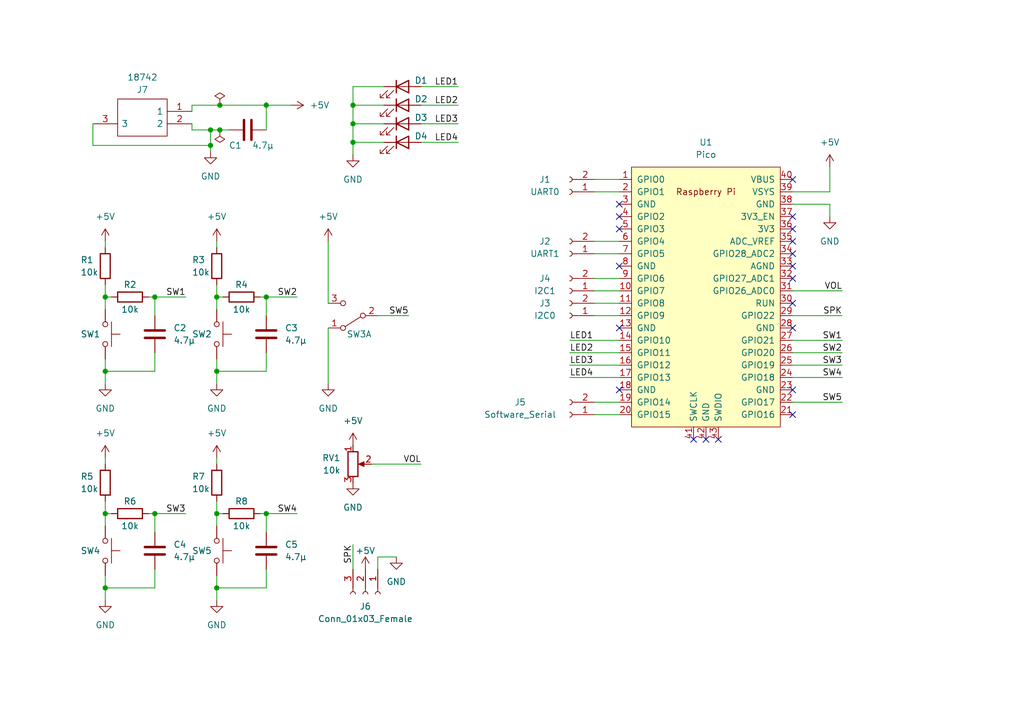
<source format=kicad_sch>
(kicad_sch (version 20230121) (generator eeschema)
  (paper "A5")
  (title_block (title "PicoPracticeBoard") (date "2023-09-15") (company "TORICA-24th"))
  (lib_symbols
    (symbol "Connector:Conn_01x02_Female" (pin_names (offset 1.016) hide)
      (property "Reference" "J" (at 0 2.54 0))
      (property "Value" "Conn_01x02_Female" (at 0 -5.08 0))
      (symbol "Conn_01x02_Female_1_1"
        (arc (start 0 -2.032) (mid -0.5058 -2.54) (end 0 -3.048) (stroke (width 0.1524)))
        (polyline (pts (xy -1.27 -2.54) (xy -0.508 -2.54)) (stroke (width 0.1524)))
        (polyline (pts (xy -1.27 0) (xy -0.508 0)) (stroke (width 0.1524)))
        (arc (start 0 0.508) (mid -0.5058 0) (end 0 -0.508) (stroke (width 0.1524)))
        (pin passive line (at -5.08 0 0) (length 3.81) (name "Pin_1") (number "1"))
        (pin passive line (at -5.08 -2.54 0) (length 3.81) (name "Pin_2") (number "2"))
      )
    )
    (symbol "Connector:Conn_01x03_Female" (pin_names (offset 1.016) hide)
      (property "Reference" "J" (at 0 5.08 0))
      (property "Value" "Conn_01x03_Female" (at 0 -5.08 0))
      (symbol "Conn_01x03_Female_1_1"
        (arc (start 0 -2.032) (mid -0.5058 -2.54) (end 0 -3.048) (stroke (width 0.1524)))
        (polyline (pts (xy -1.27 -2.54) (xy -0.508 -2.54)) (stroke (width 0.1524)))
        (polyline (pts (xy -1.27 0) (xy -0.508 0)) (stroke (width 0.1524)))
        (polyline (pts (xy -1.27 2.54) (xy -0.508 2.54)) (stroke (width 0.1524)))
        (arc (start 0 0.508) (mid -0.5058 0) (end 0 -0.508) (stroke (width 0.1524)))
        (arc (start 0 3.048) (mid -0.5058 2.54) (end 0 2.032) (stroke (width 0.1524)))
        (pin passive line (at -5.08 2.54 0) (length 3.81) (name "Pin_1") (number "1"))
        (pin passive line (at -5.08 0 0) (length 3.81) (name "Pin_2") (number "2"))
        (pin passive line (at -5.08 -2.54 0) (length 3.81) (name "Pin_3") (number "3"))
      )
    )
    (symbol "Device:C" (pin_numbers hide) (pin_names (offset 0.254))
      (property "Reference" "C" (at 0.635 2.54 0))
      (property "Value" "C" (at 0.635 -2.54 0))
      (symbol "C_0_1"
        (polyline (pts (xy -2.032 -0.762) (xy 2.032 -0.762)) (stroke (width 0.508)))
        (polyline (pts (xy -2.032 0.762) (xy 2.032 0.762)) (stroke (width 0.508)))
      )
      (symbol "C_1_1"
        (pin passive line (at 0 3.81 270) (length 2.794) (name "~") (number "1"))
        (pin passive line (at 0 -3.81 90) (length 2.794) (name "~") (number "2"))
      )
    )
    (symbol "Device:LED" (pin_numbers hide) (pin_names (offset 1.016) hide)
      (property "Reference" "D" (at 0 2.54 0))
      (property "Value" "LED" (at 0 -2.54 0))
      (symbol "LED_0_1"
        (polyline (pts (xy -1.27 -1.27) (xy -1.27 1.27)) (stroke (width 0.254)))
        (polyline (pts (xy -1.27 0) (xy 1.27 0)))
        (polyline (pts (xy 1.27 -1.27) (xy 1.27 1.27) (xy -1.27 0) (xy 1.27 -1.27)) (stroke (width 0.254)))
        (polyline (pts (xy -3.048 -0.762) (xy -4.572 -2.286) (xy -3.81 -2.286) (xy -4.572 -2.286) (xy -4.572 -1.524)))
        (polyline (pts (xy -1.778 -0.762) (xy -3.302 -2.286) (xy -2.54 -2.286) (xy -3.302 -2.286) (xy -3.302 -1.524)))
      )
      (symbol "LED_1_1"
        (pin passive line (at -3.81 0 0) (length 2.54) (name "K") (number "1"))
        (pin passive line (at 3.81 0 180) (length 2.54) (name "A") (number "2"))
      )
    )
    (symbol "Device:R" (pin_numbers hide) (pin_names (offset 0))
      (property "Reference" "R" (at 2.032 0 90))
      (property "Value" "R" (at 0 0 90))
      (symbol "R_0_1"
        (rectangle (start -1.016 -2.54) (end 1.016 2.54) (stroke (width 0.254)))
      )
      (symbol "R_1_1"
        (pin passive line (at 0 3.81 270) (length 1.27) (name "~") (number "1"))
        (pin passive line (at 0 -3.81 90) (length 1.27) (name "~") (number "2"))
      )
    )
    (symbol "Device:R_Potentiometer" (pin_names (offset 1.016) hide)
      (property "Reference" "RV" (at -4.445 0 90))
      (property "Value" "R_Potentiometer" (at -2.54 0 90))
      (symbol "R_Potentiometer_0_1"
        (polyline (pts (xy 2.54 0) (xy 1.524 0)))
        (polyline (pts (xy 1.143 0) (xy 2.286 0.508) (xy 2.286 -0.508) (xy 1.143 0)) (fill (type outline)))
        (rectangle (start 1.016 2.54) (end -1.016 -2.54) (stroke (width 0.254)))
      )
      (symbol "R_Potentiometer_1_1"
        (pin passive line (at 0 3.81 270) (length 1.27) (name "1") (number "1"))
        (pin passive line (at 3.81 0 180) (length 1.27) (name "2") (number "2"))
        (pin passive line (at 0 -3.81 90) (length 1.27) (name "3") (number "3"))
      )
    )
    (symbol "RPi_Pico:Pico" (pin_names (offset 1.016))
      (property "Reference" "U" (at -13.97 27.94 0))
      (property "Value" "Pico" (at 0 19.05 0))
      (symbol "Pico_0_0"
        (text "Raspberry Pi" (at 0 21.59 0) (effects (font (size 1.27 1.27))))
      )
      (symbol "Pico_0_1"
        (rectangle (start -15.24 26.67) (end 15.24 -26.67) (fill (type background)))
      )
      (symbol "Pico_1_1"
        (pin bidirectional line (at -17.78 24.13 0) (length 2.54) (name "GPIO0") (number "1"))
        (pin bidirectional line (at -17.78 1.27 0) (length 2.54) (name "GPIO7") (number "10"))
        (pin bidirectional line (at -17.78 -1.27 0) (length 2.54) (name "GPIO8") (number "11"))
        (pin bidirectional line (at -17.78 -3.81 0) (length 2.54) (name "GPIO9") (number "12"))
        (pin power_in line (at -17.78 -6.35 0) (length 2.54) (name "GND") (number "13"))
        (pin bidirectional line (at -17.78 -8.89 0) (length 2.54) (name "GPIO10") (number "14"))
        (pin bidirectional line (at -17.78 -11.43 0) (length 2.54) (name "GPIO11") (number "15"))
        (pin bidirectional line (at -17.78 -13.97 0) (length 2.54) (name "GPIO12") (number "16"))
        (pin bidirectional line (at -17.78 -16.51 0) (length 2.54) (name "GPIO13") (number "17"))
        (pin power_in line (at -17.78 -19.05 0) (length 2.54) (name "GND") (number "18"))
        (pin bidirectional line (at -17.78 -21.59 0) (length 2.54) (name "GPIO14") (number "19"))
        (pin bidirectional line (at -17.78 21.59 0) (length 2.54) (name "GPIO1") (number "2"))
        (pin bidirectional line (at -17.78 -24.13 0) (length 2.54) (name "GPIO15") (number "20"))
        (pin bidirectional line (at 17.78 -24.13 180) (length 2.54) (name "GPIO16") (number "21"))
        (pin bidirectional line (at 17.78 -21.59 180) (length 2.54) (name "GPIO17") (number "22"))
        (pin power_in line (at 17.78 -19.05 180) (length 2.54) (name "GND") (number "23"))
        (pin bidirectional line (at 17.78 -16.51 180) (length 2.54) (name "GPIO18") (number "24"))
        (pin bidirectional line (at 17.78 -13.97 180) (length 2.54) (name "GPIO19") (number "25"))
        (pin bidirectional line (at 17.78 -11.43 180) (length 2.54) (name "GPIO20") (number "26"))
        (pin bidirectional line (at 17.78 -8.89 180) (length 2.54) (name "GPIO21") (number "27"))
        (pin power_in line (at 17.78 -6.35 180) (length 2.54) (name "GND") (number "28"))
        (pin bidirectional line (at 17.78 -3.81 180) (length 2.54) (name "GPIO22") (number "29"))
        (pin power_in line (at -17.78 19.05 0) (length 2.54) (name "GND") (number "3"))
        (pin input line (at 17.78 -1.27 180) (length 2.54) (name "RUN") (number "30"))
        (pin bidirectional line (at 17.78 1.27 180) (length 2.54) (name "GPIO26_ADC0") (number "31"))
        (pin bidirectional line (at 17.78 3.81 180) (length 2.54) (name "GPIO27_ADC1") (number "32"))
        (pin power_in line (at 17.78 6.35 180) (length 2.54) (name "AGND") (number "33"))
        (pin bidirectional line (at 17.78 8.89 180) (length 2.54) (name "GPIO28_ADC2") (number "34"))
        (pin unspecified line (at 17.78 11.43 180) (length 2.54) (name "ADC_VREF") (number "35"))
        (pin unspecified line (at 17.78 13.97 180) (length 2.54) (name "3V3") (number "36"))
        (pin input line (at 17.78 16.51 180) (length 2.54) (name "3V3_EN") (number "37"))
        (pin bidirectional line (at 17.78 19.05 180) (length 2.54) (name "GND") (number "38"))
        (pin unspecified line (at 17.78 21.59 180) (length 2.54) (name "VSYS") (number "39"))
        (pin bidirectional line (at -17.78 16.51 0) (length 2.54) (name "GPIO2") (number "4"))
        (pin unspecified line (at 17.78 24.13 180) (length 2.54) (name "VBUS") (number "40"))
        (pin input line (at -2.54 -29.21 90) (length 2.54) (name "SWCLK") (number "41"))
        (pin power_in line (at 0 -29.21 90) (length 2.54) (name "GND") (number "42"))
        (pin bidirectional line (at 2.54 -29.21 90) (length 2.54) (name "SWDIO") (number "43"))
        (pin bidirectional line (at -17.78 13.97 0) (length 2.54) (name "GPIO3") (number "5"))
        (pin bidirectional line (at -17.78 11.43 0) (length 2.54) (name "GPIO4") (number "6"))
        (pin bidirectional line (at -17.78 8.89 0) (length 2.54) (name "GPIO5") (number "7"))
        (pin power_in line (at -17.78 6.35 0) (length 2.54) (name "GND") (number "8"))
        (pin bidirectional line (at -17.78 3.81 0) (length 2.54) (name "GPIO6") (number "9"))
      )
    )
    (symbol "SamacSys_Parts:18742" (pin_names (offset 0.762))
      (property "Reference" "J" (at 16.51 7.62 0))
      (property "Value" "18742" (at 16.51 5.08 0))
      (symbol "18742_0_0"
        (pin passive line (at 20.32 -2.54 180) (length 5.08) (name "1") (number "1"))
        (pin passive line (at 20.32 0 180) (length 5.08) (name "2") (number "2"))
        (pin passive line (at 0 0 0) (length 5.08) (name "3") (number "3"))
      )
      (symbol "18742_0_1"
        (polyline (pts (xy 5.08 2.54) (xy 15.24 2.54) (xy 15.24 -5.08) (xy 5.08 -5.08) (xy 5.08 2.54)) (stroke (width 0.1524)))
      )
    )
    (symbol "Switch:SW_DPDT_x2" (pin_names (offset 0) hide)
      (property "Reference" "SW" (at 0 4.318 0))
      (property "Value" "SW_DPDT_x2" (at 0 -5.08 0))
      (symbol "SW_DPDT_x2_0_0"
        (circle (center -2.032 0) (radius 0.508))
        (circle (center 2.032 -2.54) (radius 0.508))
      )
      (symbol "SW_DPDT_x2_0_1"
        (polyline (pts (xy -1.524 0.254) (xy 1.651 2.286)))
        (circle (center 2.032 2.54) (radius 0.508))
      )
      (symbol "SW_DPDT_x2_1_1"
        (pin passive line (at 5.08 2.54 180) (length 2.54) (name "A") (number "1"))
        (pin passive line (at -5.08 0 0) (length 2.54) (name "B") (number "2"))
        (pin passive line (at 5.08 -2.54 180) (length 2.54) (name "C") (number "3"))
      )
      (symbol "SW_DPDT_x2_2_1"
        (pin passive line (at 5.08 2.54 180) (length 2.54) (name "A") (number "4"))
        (pin passive line (at -5.08 0 0) (length 2.54) (name "B") (number "5"))
        (pin passive line (at 5.08 -2.54 180) (length 2.54) (name "C") (number "6"))
      )
    )
    (symbol "Switch:SW_Push" (pin_numbers hide) (pin_names (offset 1.016) hide)
      (property "Reference" "SW" (at 1.27 2.54 0))
      (property "Value" "SW_Push" (at 0 -1.524 0))
      (symbol "SW_Push_0_1"
        (circle (center -2.032 0) (radius 0.508))
        (polyline (pts (xy 0 1.27) (xy 0 3.048)))
        (polyline (pts (xy 2.54 1.27) (xy -2.54 1.27)))
        (circle (center 2.032 0) (radius 0.508))
        (pin passive line (at -5.08 0 0) (length 2.54) (name "1") (number "1"))
        (pin passive line (at 5.08 0 180) (length 2.54) (name "2") (number "2"))
      )
    )
    (symbol "power:+5V" (power) (pin_names (offset 0))
      (property "Value" "+5V" (at 0 3.556 0))
      (symbol "+5V_0_1"
        (polyline (pts (xy -0.762 1.27) (xy 0 2.54)))
        (polyline (pts (xy 0 0) (xy 0 2.54)))
        (polyline (pts (xy 0 2.54) (xy 0.762 1.27)))
      )
      (symbol "+5V_1_1"
        (pin power_in line (at 0 0 90) (length 0) hide (name "+5V") (number "1"))
      )
    )
    (symbol "power:GND" (power) (pin_names (offset 0))
      (property "Value" "GND" (at 0 -3.81 0))
      (symbol "GND_0_1"
        (polyline (pts (xy 0 0) (xy 0 -1.27) (xy 1.27 -1.27) (xy 0 -2.54) (xy -1.27 -1.27) (xy 0 -1.27)))
      )
      (symbol "GND_1_1"
        (pin power_in line (at 0 0 270) (length 0) hide (name "GND") (number "1"))
      )
    )
    (symbol "power:PWR_FLAG" (power) (pin_numbers hide) (pin_names (offset 0) hide)
      (property "Value" "PWR_FLAG" (at 0 3.81 0))
      (symbol "PWR_FLAG_0_0"
        (pin power_out line (at 0 0 90) (length 0) (name "pwr") (number "1"))
      )
      (symbol "PWR_FLAG_0_1"
        (polyline (pts (xy 0 0) (xy 0 1.27) (xy -1.016 1.905) (xy 0 2.54) (xy 1.016 1.905) (xy 0 1.27)))
      )
    )
  )
  (junction (at 54.61 60.96))
  (junction (at 45.085 21.59))
  (junction (at 44.45 60.96))
  (junction (at 31.75 105.41))
  (junction (at 43.18 29.845))
  (junction (at 54.61 105.41))
  (junction (at 72.39 25.4))
  (junction (at 44.45 120.65))
  (junction (at 72.39 29.21))
  (junction (at 44.45 76.2))
  (junction (at 21.59 105.41))
  (junction (at 21.59 76.2))
  (junction (at 44.45 105.41))
  (junction (at 54.61 21.59))
  (junction (at 43.18 26.67))
  (junction (at 72.39 21.59))
  (junction (at 21.59 120.65))
  (junction (at 45.085 26.67))
  (junction (at 21.59 60.96))
  (junction (at 31.75 60.96))
  (no_connect (at 162.56 46.99))
  (no_connect (at 147.32 90.17))
  (no_connect (at 162.56 85.09))
  (no_connect (at 127 44.45))
  (no_connect (at 162.56 57.15))
  (no_connect (at 162.56 54.61))
  (no_connect (at 127 46.99))
  (no_connect (at 162.56 67.31))
  (no_connect (at 162.56 36.83))
  (no_connect (at 162.56 62.23))
  (no_connect (at 142.24 90.17))
  (no_connect (at 162.56 49.53))
  (no_connect (at 162.56 44.45))
  (no_connect (at 127 41.91))
  (no_connect (at 162.56 52.07))
  (no_connect (at 127 80.01))
  (no_connect (at 162.56 80.01))
  (no_connect (at 144.78 90.17))
  (no_connect (at 127 54.61))
  (no_connect (at 127 67.31))
  (wire (pts (xy 44.45 120.65) (xy 44.45 123.19)))
  (wire (pts (xy 121.92 64.77) (xy 127 64.77)))
  (wire (pts (xy 31.75 60.96) (xy 30.48 60.96)))
  (wire (pts (xy 44.45 73.66) (xy 44.45 76.2)))
  (wire (pts (xy 54.61 72.39) (xy 54.61 76.2)))
  (wire (pts (xy 162.56 64.77) (xy 172.72 64.77)))
  (wire (pts (xy 162.56 74.93) (xy 172.72 74.93)))
  (wire (pts (xy 54.61 60.96) (xy 53.34 60.96)))
  (wire (pts (xy 44.45 102.87) (xy 44.45 105.41)))
  (wire (pts (xy 31.75 120.65) (xy 21.59 120.65)))
  (wire (pts (xy 44.45 58.42) (xy 44.45 60.96)))
  (wire (pts (xy 21.59 118.11) (xy 21.59 120.65)))
  (wire (pts (xy 21.59 60.96) (xy 21.59 63.5)))
  (wire (pts (xy 54.61 21.59) (xy 59.69 21.59)))
  (wire (pts (xy 121.92 82.55) (xy 127 82.55)))
  (wire (pts (xy 116.84 77.47) (xy 127 77.47)))
  (wire (pts (xy 22.86 105.41) (xy 21.59 105.41)))
  (wire (pts (xy 45.72 105.41) (xy 44.45 105.41)))
  (wire (pts (xy 19.05 25.4) (xy 19.05 29.845)))
  (wire (pts (xy 21.59 76.2) (xy 21.59 78.74)))
  (wire (pts (xy 31.75 105.41) (xy 31.75 109.22)))
  (wire (pts (xy 86.36 21.59) (xy 93.98 21.59)))
  (wire (pts (xy 121.92 36.83) (xy 127 36.83)))
  (wire (pts (xy 76.2 95.25) (xy 86.36 95.25)))
  (wire (pts (xy 72.39 25.4) (xy 72.39 29.21)))
  (wire (pts (xy 162.56 72.39) (xy 172.72 72.39)))
  (wire (pts (xy 39.37 21.59) (xy 45.085 21.59)))
  (wire (pts (xy 170.18 34.29) (xy 170.18 39.37)))
  (wire (pts (xy 67.31 67.31) (xy 67.31 78.74)))
  (wire (pts (xy 44.45 105.41) (xy 44.45 107.95)))
  (wire (pts (xy 121.92 39.37) (xy 127 39.37)))
  (wire (pts (xy 43.18 29.845) (xy 43.18 31.115)))
  (wire (pts (xy 54.61 76.2) (xy 44.45 76.2)))
  (wire (pts (xy 45.085 26.67) (xy 46.99 26.67)))
  (wire (pts (xy 72.39 21.59) (xy 72.39 25.4)))
  (wire (pts (xy 31.75 105.41) (xy 30.48 105.41)))
  (wire (pts (xy 72.39 29.21) (xy 72.39 31.75)))
  (wire (pts (xy 45.085 21.59) (xy 54.61 21.59)))
  (wire (pts (xy 31.75 72.39) (xy 31.75 76.2)))
  (wire (pts (xy 44.45 60.96) (xy 44.45 63.5)))
  (wire (pts (xy 78.74 17.78) (xy 72.39 17.78)))
  (wire (pts (xy 31.75 60.96) (xy 38.1 60.96)))
  (wire (pts (xy 121.92 59.69) (xy 127 59.69)))
  (wire (pts (xy 86.36 25.4) (xy 93.98 25.4)))
  (wire (pts (xy 44.45 93.98) (xy 44.45 95.25)))
  (wire (pts (xy 21.59 93.98) (xy 21.59 95.25)))
  (wire (pts (xy 121.92 85.09) (xy 127 85.09)))
  (wire (pts (xy 43.18 26.67) (xy 43.18 29.845)))
  (wire (pts (xy 116.84 74.93) (xy 127 74.93)))
  (wire (pts (xy 162.56 41.91) (xy 170.18 41.91)))
  (wire (pts (xy 31.75 76.2) (xy 21.59 76.2)))
  (wire (pts (xy 121.92 62.23) (xy 127 62.23)))
  (wire (pts (xy 54.61 105.41) (xy 54.61 109.22)))
  (wire (pts (xy 44.45 76.2) (xy 44.45 78.74)))
  (wire (pts (xy 44.45 118.11) (xy 44.45 120.65)))
  (wire (pts (xy 21.59 49.53) (xy 21.59 50.8)))
  (wire (pts (xy 31.75 105.41) (xy 38.1 105.41)))
  (wire (pts (xy 54.61 120.65) (xy 44.45 120.65)))
  (wire (pts (xy 162.56 59.69) (xy 172.72 59.69)))
  (wire (pts (xy 162.56 39.37) (xy 170.18 39.37)))
  (wire (pts (xy 39.37 25.4) (xy 39.37 26.67)))
  (wire (pts (xy 54.61 21.59) (xy 54.61 26.67)))
  (wire (pts (xy 45.72 60.96) (xy 44.45 60.96)))
  (wire (pts (xy 31.75 116.84) (xy 31.75 120.65)))
  (wire (pts (xy 54.61 116.84) (xy 54.61 120.65)))
  (wire (pts (xy 21.59 120.65) (xy 21.59 123.19)))
  (wire (pts (xy 72.39 116.84) (xy 72.39 111.76)))
  (wire (pts (xy 54.61 105.41) (xy 60.96 105.41)))
  (wire (pts (xy 121.92 49.53) (xy 127 49.53)))
  (wire (pts (xy 77.47 116.84) (xy 77.47 114.3)))
  (wire (pts (xy 67.31 62.23) (xy 67.31 49.53)))
  (wire (pts (xy 54.61 20.955) (xy 54.61 21.59)))
  (wire (pts (xy 45.085 26.67) (xy 43.18 26.67)))
  (wire (pts (xy 77.47 114.3) (xy 81.28 114.3)))
  (wire (pts (xy 72.39 25.4) (xy 78.74 25.4)))
  (wire (pts (xy 170.18 41.91) (xy 170.18 44.45)))
  (wire (pts (xy 162.56 82.55) (xy 172.72 82.55)))
  (wire (pts (xy 21.59 73.66) (xy 21.59 76.2)))
  (wire (pts (xy 22.86 60.96) (xy 21.59 60.96)))
  (wire (pts (xy 72.39 17.78) (xy 72.39 21.59)))
  (wire (pts (xy 21.59 102.87) (xy 21.59 105.41)))
  (wire (pts (xy 54.61 60.96) (xy 60.96 60.96)))
  (wire (pts (xy 54.61 60.96) (xy 54.61 64.77)))
  (wire (pts (xy 19.05 29.845) (xy 43.18 29.845)))
  (wire (pts (xy 77.47 64.77) (xy 83.82 64.77)))
  (wire (pts (xy 86.36 17.78) (xy 93.98 17.78)))
  (wire (pts (xy 72.39 21.59) (xy 78.74 21.59)))
  (wire (pts (xy 39.37 21.59) (xy 39.37 22.86)))
  (wire (pts (xy 44.45 49.53) (xy 44.45 50.8)))
  (wire (pts (xy 162.56 77.47) (xy 172.72 77.47)))
  (wire (pts (xy 21.59 58.42) (xy 21.59 60.96)))
  (wire (pts (xy 121.92 57.15) (xy 127 57.15)))
  (wire (pts (xy 39.37 26.67) (xy 43.18 26.67)))
  (wire (pts (xy 86.36 29.21) (xy 93.98 29.21)))
  (wire (pts (xy 21.59 105.41) (xy 21.59 107.95)))
  (wire (pts (xy 116.84 72.39) (xy 127 72.39)))
  (wire (pts (xy 116.84 69.85) (xy 127 69.85)))
  (wire (pts (xy 54.61 105.41) (xy 53.34 105.41)))
  (wire (pts (xy 72.39 29.21) (xy 78.74 29.21)))
  (wire (pts (xy 31.75 60.96) (xy 31.75 64.77)))
  (wire (pts (xy 162.56 69.85) (xy 172.72 69.85)))
  (wire (pts (xy 121.92 52.07) (xy 127 52.07)))
  (label "LED2" (at 116.84 72.39 0))
  (label "SW1" (at 172.72 69.85 180))
  (label "LED1" (at 93.98 17.78 180))
  (label "SW3" (at 172.72 74.93 180))
  (label "SW4" (at 172.72 77.47 180))
  (label "SW5" (at 83.82 64.77 180))
  (label "LED3" (at 93.98 25.4 180))
  (label "SW1" (at 38.1 60.96 180))
  (label "VOL" (at 86.36 95.25 180))
  (label "SW2" (at 172.72 72.39 180))
  (label "SW5" (at 172.72 82.55 180))
  (label "LED1" (at 116.84 69.85 0))
  (label "LED3" (at 116.84 74.93 0))
  (label "LED2" (at 93.98 21.59 180))
  (label "SPK" (at 72.39 111.76 270))
  (label "SW4" (at 60.96 105.41 180))
  (label "SW3" (at 38.1 105.41 180))
  (label "VOL" (at 172.72 59.69 180))
  (label "LED4" (at 93.98 29.21 180))
  (label "LED4" (at 116.84 77.47 0))
  (label "SW2" (at 60.96 60.96 180))
  (label "SPK" (at 172.72 64.77 180))
  (symbol (lib_id "power:PWR_FLAG") (at 45.085 21.59 0) (unit 1)
    (property "Reference" "#FLG01" (effects hide))
    (property "Value" "PWR_FLAG" (effects hide))
  )
  (symbol (lib_id "power:+5V") (at 67.31 49.53 0) (unit 1)
    (property "Reference" "#PWR010" (effects hide))
    (property "Value" "+5V" (at 67.31 44.45 0))
  )
  (symbol (lib_id "Device:C") (at 54.61 113.03 0) (unit 1)
    (property "Reference" "C5" (at 58.42 111.76 0) (effects (justify left)))
    (property "Value" "4.7μ" (at 58.42 114.3 0) (effects (justify left)))
  )
  (symbol (lib_id "Device:R") (at 21.59 99.06 0) (unit 1)
    (property "Reference" "R5" (at 16.51 97.79 0) (effects (justify left)))
    (property "Value" "10k" (at 16.51 100.33 0) (effects (justify left)))
  )
  (symbol (lib_id "power:GND") (at 72.39 99.06 0) (unit 1)
    (property "Reference" "#PWR012" (effects hide))
    (property "Value" "GND" (at 72.39 104.14 0))
  )
  (symbol (lib_id "Device:LED") (at 82.55 21.59 0) (unit 1)
    (property "Reference" "D2" (at 86.36 20.32 0))
    (property "Value" "LED" (effects hide))
  )
  (symbol (lib_id "Device:C") (at 31.75 68.58 0) (unit 1)
    (property "Reference" "C2" (at 35.56 67.31 0) (effects (justify left)))
    (property "Value" "4.7μ" (at 35.56 69.85 0) (effects (justify left)))
  )
  (symbol (lib_id "power:GND") (at 21.59 123.19 0) (unit 1)
    (property "Reference" "#PWR014" (effects hide))
    (property "Value" "GND" (at 21.59 128.27 0))
  )
  (symbol (lib_id "Switch:SW_Push") (at 44.45 68.58 270) (unit 1)
    (property "Reference" "SW2" (at 39.37 68.58 90) (effects (justify left)))
    (property "Value" "SW_Push" (effects hide))
  )
  (symbol (lib_id "Connector:Conn_01x02_Female") (at 116.84 52.07 180) (unit 1)
    (property "Reference" "J2" (at 111.76 49.53 0))
    (property "Value" "UART1" (at 111.76 52.07 0))
  )
  (symbol (lib_id "Device:R") (at 44.45 54.61 0) (unit 1)
    (property "Reference" "R3" (at 39.37 53.34 0) (effects (justify left)))
    (property "Value" "10k" (at 39.37 55.88 0) (effects (justify left)))
  )
  (symbol (lib_id "power:+5V") (at 74.93 116.84 0) (unit 1)
    (property "Reference" "#PWR019" (effects hide))
    (property "Value" "+5V" (at 74.93 113.03 0))
  )
  (symbol (lib_id "Device:R") (at 44.45 99.06 0) (unit 1)
    (property "Reference" "R7" (at 39.37 97.79 0) (effects (justify left)))
    (property "Value" "10k" (at 39.37 100.33 0) (effects (justify left)))
  )
  (symbol (lib_id "Device:R") (at 21.59 54.61 0) (unit 1)
    (property "Reference" "R1" (at 16.51 53.34 0) (effects (justify left)))
    (property "Value" "10k" (at 16.51 55.88 0) (effects (justify left)))
  )
  (symbol (lib_id "Switch:SW_Push") (at 21.59 113.03 270) (unit 1)
    (property "Reference" "SW4" (at 16.51 113.03 90) (effects (justify left)))
    (property "Value" "SW_Push" (effects hide))
  )
  (symbol (lib_id "Device:C") (at 50.8 26.67 90) (unit 1)
    (property "Reference" "C1" (at 48.26 29.845 90))
    (property "Value" "4.7μ" (at 53.975 29.845 90))
    (property "Footprint" "LED_SMD:LED-APA102-2020" (effects hide))
  )
  (symbol (lib_id "Connector:Conn_01x02_Female") (at 116.84 59.69 180) (unit 1)
    (property "Reference" "J4" (at 111.76 57.15 0))
    (property "Value" "I2C1" (at 111.76 59.69 0))
  )
  (symbol (lib_id "power:+5V") (at 21.59 49.53 0) (unit 1)
    (property "Reference" "#PWR05" (effects hide))
    (property "Value" "+5V" (at 21.59 44.45 0))
  )
  (symbol (lib_id "Device:C") (at 54.61 68.58 0) (unit 1)
    (property "Reference" "C3" (at 58.42 67.31 0) (effects (justify left)))
    (property "Value" "4.7μ" (at 58.42 69.85 0) (effects (justify left)))
  )
  (symbol (lib_id "RPi_Pico:Pico") (at 144.78 60.96 0) (unit 1)
    (property "Reference" "U1" (at 144.78 29.21 0))
    (property "Value" "Pico" (at 144.78 31.75 0))
    (property "Footprint" "RPi_Pico:RPi_Pico_SMD_TH" (effects hide))
  )
  (symbol (lib_id "SamacSys_Parts:18742") (at 19.05 25.4 0) (mirror x) (unit 1)
    (property "Reference" "J7" (at 29.21 18.415 0))
    (property "Value" "18742" (at 29.21 15.875 0))
    (property "Footprint" "18742" (effects hide))
    (property "Datasheet" "http://akizukidenshi.com/download/ds/4ucon/18742.pdf" (effects hide))
    (property "Description" "connector, 2.0 BLACK PIN WIDTH=1.0MM TRAY" (effects hide))
    (property "Height" "10.7" (effects hide))
    (property "Manufacturer_Name" "4UCON Technology" (effects hide))
    (property "Manufacturer_Part_Number" "18742" (effects hide))
  )
  (symbol (lib_id "power:GND") (at 72.39 31.75 0) (unit 1)
    (property "Reference" "#PWR01" (effects hide))
    (property "Value" "GND" (at 72.39 36.83 0))
  )
  (symbol (lib_id "Switch:SW_DPDT_x2") (at 72.39 64.77 180) (unit 1)
    (property "Reference" "SW3" (at 73.66 68.58 0))
    (property "Value" "SW_DPDT_x2" (effects hide))
  )
  (symbol (lib_id "power:+5V") (at 44.45 93.98 0) (unit 1)
    (property "Reference" "#PWR015" (effects hide))
    (property "Value" "+5V" (at 44.45 88.9 0))
  )
  (symbol (lib_id "Device:R") (at 26.67 60.96 90) (unit 1)
    (property "Reference" "R2" (at 26.67 58.42 90))
    (property "Value" "10k" (at 26.67 63.5 90))
  )
  (symbol (lib_id "Switch:SW_Push") (at 44.45 113.03 270) (unit 1)
    (property "Reference" "SW5" (at 39.37 113.03 90) (effects (justify left)))
    (property "Value" "SW_Push" (effects hide))
  )
  (symbol (lib_id "Connector:Conn_01x02_Female") (at 116.84 39.37 180) (unit 1)
    (property "Reference" "J1" (at 111.76 36.83 0))
    (property "Value" "UART0" (at 111.76 39.37 0))
  )
  (symbol (lib_id "power:+5V") (at 72.39 91.44 0) (unit 1)
    (property "Reference" "#PWR011" (effects hide))
    (property "Value" "+5V" (at 72.39 86.36 0))
  )
  (symbol (lib_id "Device:LED") (at 82.55 29.21 0) (unit 1)
    (property "Reference" "D4" (at 86.36 27.94 0))
    (property "Value" "LED" (effects hide))
  )
  (symbol (lib_id "power:GND") (at 44.45 78.74 0) (unit 1)
    (property "Reference" "#PWR08" (effects hide))
    (property "Value" "GND" (at 44.45 83.82 0))
  )
  (symbol (lib_id "Device:LED") (at 82.55 25.4 0) (unit 1)
    (property "Reference" "D3" (at 86.36 24.13 0))
    (property "Value" "LED" (effects hide))
  )
  (symbol (lib_id "Switch:SW_Push") (at 21.59 68.58 270) (unit 1)
    (property "Reference" "SW1" (at 16.51 68.58 90) (effects (justify left)))
    (property "Value" "SW_Push" (effects hide))
  )
  (symbol (lib_id "power:GND") (at 43.18 31.115 0) (unit 1)
    (property "Reference" "#PWR02" (effects hide))
    (property "Value" "GND" (at 43.18 36.195 0))
  )
  (symbol (lib_id "Device:R") (at 49.53 105.41 90) (unit 1)
    (property "Reference" "R8" (at 49.53 102.87 90))
    (property "Value" "10k" (at 49.53 107.95 90))
  )
  (symbol (lib_id "power:GND") (at 67.31 78.74 0) (unit 1)
    (property "Reference" "#PWR09" (effects hide))
    (property "Value" "GND" (at 67.31 83.82 0))
  )
  (symbol (lib_id "power:+5V") (at 170.18 34.29 0) (unit 1)
    (property "Reference" "#PWR04" (effects hide))
    (property "Value" "+5V" (at 170.18 29.21 0))
  )
  (symbol (lib_id "Device:LED") (at 82.55 17.78 0) (unit 1)
    (property "Reference" "D1" (at 86.36 16.51 0))
    (property "Value" "LED" (effects hide))
  )
  (symbol (lib_id "power:+5V") (at 59.69 21.59 270) (unit 1)
    (property "Reference" "#PWR03" (effects hide))
    (property "Value" "+5V" (at 63.5 21.59 90) (effects (justify left)))
  )
  (symbol (lib_id "Device:R") (at 49.53 60.96 90) (unit 1)
    (property "Reference" "R4" (at 49.53 58.42 90))
    (property "Value" "10k" (at 49.53 63.5 90))
  )
  (symbol (lib_id "Device:C") (at 31.75 113.03 0) (unit 1)
    (property "Reference" "C4" (at 35.56 111.76 0) (effects (justify left)))
    (property "Value" "4.7μ" (at 35.56 114.3 0) (effects (justify left)))
  )
  (symbol (lib_id "Device:R_Potentiometer") (at 72.39 95.25 0) (unit 1)
    (property "Reference" "RV1" (at 69.85 93.98 0) (effects (justify right)))
    (property "Value" "10k" (at 69.85 96.52 0) (effects (justify right)))
  )
  (symbol (lib_id "power:+5V") (at 44.45 49.53 0) (unit 1)
    (property "Reference" "#PWR07" (effects hide))
    (property "Value" "+5V" (at 44.45 44.45 0))
  )
  (symbol (lib_id "Connector:Conn_01x02_Female") (at 116.84 85.09 180) (unit 1)
    (property "Reference" "J5" (at 106.68 82.55 0))
    (property "Value" "Software_Serial" (at 106.68 85.09 0))
  )
  (symbol (lib_id "power:GND") (at 44.45 123.19 0) (unit 1)
    (property "Reference" "#PWR016" (effects hide))
    (property "Value" "GND" (at 44.45 128.27 0))
  )
  (symbol (lib_id "power:GND") (at 21.59 78.74 0) (unit 1)
    (property "Reference" "#PWR06" (effects hide))
    (property "Value" "GND" (at 21.59 83.82 0))
  )
  (symbol (lib_id "Connector:Conn_01x02_Female") (at 116.84 64.77 180) (unit 1)
    (property "Reference" "J3" (at 111.76 62.23 0))
    (property "Value" "I2C0" (at 111.76 64.77 0))
  )
  (symbol (lib_id "Connector:Conn_01x03_Female") (at 74.93 121.92 270) (unit 1)
    (property "Reference" "J6" (at 74.93 124.46 90))
    (property "Value" "Conn_01x03_Female" (at 74.93 127 90))
  )
  (symbol (lib_id "power:GND") (at 81.28 114.3 0) (unit 1)
    (property "Reference" "#PWR018" (effects hide))
    (property "Value" "GND" (at 81.28 119.38 0))
  )
  (symbol (lib_id "power:+5V") (at 21.59 93.98 0) (unit 1)
    (property "Reference" "#PWR013" (effects hide))
    (property "Value" "+5V" (at 21.59 88.9 0))
  )
  (symbol (lib_id "power:PWR_FLAG") (at 45.085 26.67 0) (mirror x) (unit 1)
    (property "Reference" "#FLG02" (effects hide))
    (property "Value" "PWR_FLAG" (effects hide))
  )
  (symbol (lib_id "power:GND") (at 170.18 44.45 0) (unit 1)
    (property "Reference" "#PWR017" (effects hide))
    (property "Value" "GND" (at 170.18 49.53 0))
  )
  (symbol (lib_id "Device:R") (at 26.67 105.41 90) (unit 1)
    (property "Reference" "R6" (at 26.67 102.87 90))
    (property "Value" "10k" (at 26.67 107.95 90))
  )
)
</source>
